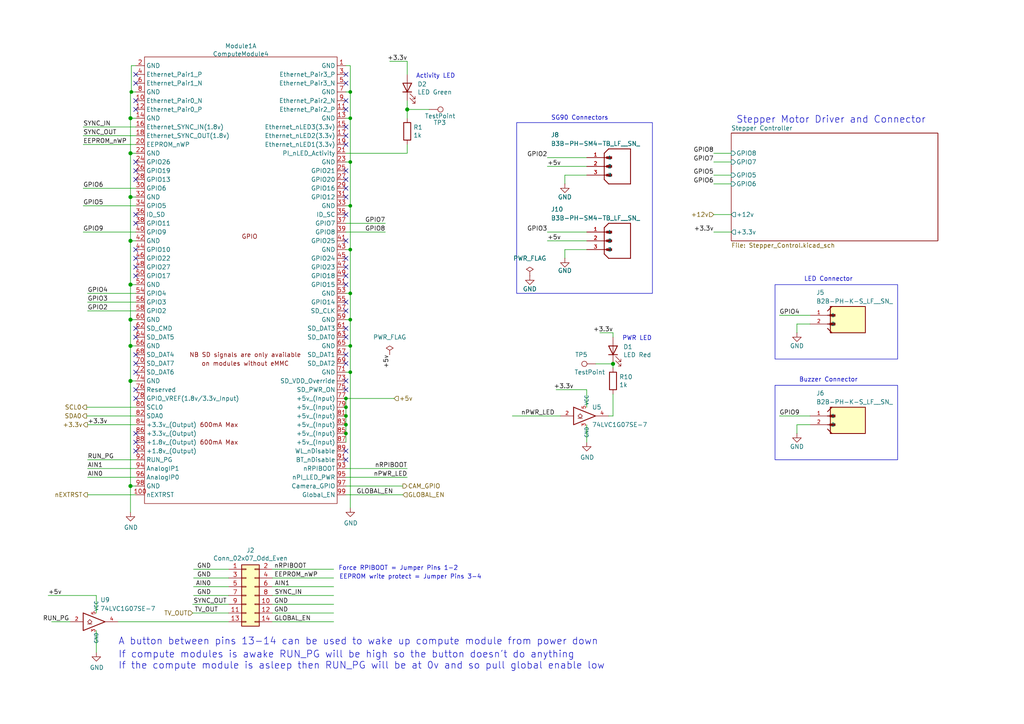
<source format=kicad_sch>
(kicad_sch (version 20250114) (generator "eeschema") (generator_version "9.0")
  (paper "A4")
  (title_block (title "Compute Module 4 - IO Connections") (rev "1") (company "Team Fire 180DA/DW"))
  (lib_symbols
    (symbol "B2B-PH-K-S_LF__SN_:B2B-PH-K-S_LF__SN_" (pin_names (offset 1.016))
      (property "Reference" "J" (at -5.58 5.08 0))
      (property "Value" "B2B-PH-K-S_LF__SN_" (at -5.08 -5.08 0))
      (symbol "B2B-PH-K-S_LF__SN__0_0"
        (polyline (pts (xy -5.08 3.81) (xy -3.81 5.08)) (stroke (width 0.254)))
        (polyline (pts (xy -5.08 2.54) (xy -3.175 2.54)) (stroke (width 0.254)))
        (polyline (pts (xy -5.08 0) (xy -3.175 0)) (stroke (width 0.254)))
        (polyline (pts (xy -5.08 -1.27) (xy -3.81 -2.54)) (stroke (width 0.254)))
        (rectangle (start -4.445 2.2225) (end -2.8575 2.8575) (stroke (width 0.1)) (fill (type outline)))
        (rectangle (start -4.445 -0.3175) (end -2.8575 0.3175) (stroke (width 0.1)) (fill (type outline)))
        (rectangle (start -4.2863 -2.54) (end 5.8738 5.08) (stroke (width 0.254)) (fill (type background)))
        (pin passive line (at -10.16 2.54 0) (length 5.08) (name "1") (number "1"))
        (pin passive line (at -10.16 0 0) (length 5.08) (name "2") (number "2"))
      )
    )
    (symbol "B3B-PH-SM4-TB_LF__SN_:B3B-PH-SM4-TB_LF__SN_" (pin_names (offset 1.016))
      (property "Reference" "J" (at 0 6.35 0))
      (property "Value" "B3B-PH-SM4-TB_LF__SN_" (at 0 -7.62 0))
      (symbol "B3B-PH-SM4-TB_LF__SN__0_0"
        (polyline (pts (xy 0 3.81) (xy 0 -3.81)) (stroke (width 0.254)))
        (polyline (pts (xy 0 3.81) (xy 1.27 5.08)) (stroke (width 0.254)))
        (polyline (pts (xy 0 2.54) (xy 1.905 2.54)) (stroke (width 0.254)))
        (polyline (pts (xy 0 0) (xy 1.905 0)) (stroke (width 0.254)))
        (polyline (pts (xy 0 -2.54) (xy 1.905 -2.54)) (stroke (width 0.254)))
        (polyline (pts (xy 0 -3.81) (xy 1.27 -5.08)) (stroke (width 0.254)))
        (rectangle (start 0.635 2.2225) (end 2.2225 2.8575) (stroke (width 0.1)) (fill (type outline)))
        (rectangle (start 0.635 -0.3175) (end 2.2225 0.3175) (stroke (width 0.1)) (fill (type outline)))
        (rectangle (start 0.635 -2.8575) (end 2.2225 -2.2225) (stroke (width 0.1)) (fill (type outline)))
        (polyline (pts (xy 1.27 -5.08) (xy 7.62 -5.08)) (stroke (width 0.254)))
        (polyline (pts (xy 7.62 5.08) (xy 1.27 5.08)) (stroke (width 0.254)))
        (polyline (pts (xy 7.62 -5.08) (xy 7.62 5.08)) (stroke (width 0.254)))
        (pin passive line (at -5.08 2.54 0) (length 5.08) (name "1") (number "1"))
        (pin passive line (at -5.08 0 0) (length 5.08) (name "2") (number "2"))
        (pin passive line (at -5.08 -2.54 0) (length 5.08) (name "3") (number "3"))
      )
    )
    (symbol "CM4IO:74LVC1G07_copy"
      (property "Reference" "U" (at -2.54 3.81 0))
      (property "Value" "74LVC1G07_copy" (at 0 -3.81 0))
      (symbol "74LVC1G07_copy_0_1"
        (polyline (pts (xy -3.81 2.54) (xy -3.81 -2.54) (xy 2.54 0) (xy -3.81 2.54)) (stroke (width 0.254)))
        (polyline (pts (xy -2.54 -0.635) (xy -1.27 -0.635)))
        (polyline (pts (xy -1.905 0.635) (xy -2.54 0) (xy -1.905 -0.635) (xy -1.27 0) (xy -1.905 0.635)))
      )
      (symbol "74LVC1G07_copy_1_1"
        (pin input line (at -7.62 0 0) (length 3.81) (name "~") (number "2"))
        (pin power_in line (at 0 2.54 90) (length 0) (name "VCC") (number "5"))
        (pin power_in line (at 0 -2.54 270) (length 0) (name "GND") (number "3"))
        (pin open_collector line (at 6.35 0 180) (length 3.81) (name "~") (number "4"))
      )
    )
    (symbol "CM4IO:ComputeModule4-CM4"
      (property "Reference" "Module" (at 113.03 -68.58 0))
      (property "Value" "ComputeModule4-CM4" (at 140.97 2.54 0))
      (property "Field4" "Hirose" (at 0 0 0))
      (property "Field5" "2x DF40C-100DS-0.4V" (at 0 -2.54 0))
      (symbol "ComputeModule4-CM4_1_0"
        (text "GPIO" (at 0 6.35 0) (effects (font (size 1.27 1.27))))
      )
      (symbol "ComputeModule4-CM4_1_1"
        (rectangle (start -30.48 -71.12) (end 25.4 58.42))
        (text "600mA Max" (at -8.89 -48.26 0) (effects (font (size 1.27 1.27))))
        (text "600mA Max" (at -8.89 -53.34 0) (effects (font (size 1.27 1.27))))
        (text "NB SD signals are only available" (at -1.27 -27.94 0) (effects (font (size 1.27 1.27))))
        (text "on modules without eMMC" (at -1.27 -30.48 0) (effects (font (size 1.27 1.27))))
        (pin power_in line (at -33.02 55.88 0) (length 2.54) (name "GND") (number "2"))
        (pin passive line (at -33.02 53.34 0) (length 2.54) (name "Ethernet_Pair1_P") (number "4"))
        (pin passive line (at -33.02 50.8 0) (length 2.54) (name "Ethernet_Pair1_N") (number "6"))
        (pin power_in line (at -33.02 48.26 0) (length 2.54) (name "GND") (number "8"))
        (pin passive line (at -33.02 45.72 0) (length 2.54) (name "Ethernet_Pair0_N") (number "10"))
        (pin passive line (at -33.02 43.18 0) (length 2.54) (name "Ethernet_Pair0_P") (number "12"))
        (pin power_in line (at -33.02 40.64 0) (length 2.54) (name "GND") (number "14"))
        (pin input line (at -33.02 38.1 0) (length 2.54) (name "Ethernet_SYNC_IN(1.8v)") (number "16"))
        (pin input line (at -33.02 35.56 0) (length 2.54) (name "Ethernet_SYNC_OUT(1.8v)") (number "18"))
        (pin passive line (at -33.02 33.02 0) (length 2.54) (name "EEPROM_nWP") (number "20"))
        (pin power_in line (at -33.02 30.48 0) (length 2.54) (name "GND") (number "22"))
        (pin passive line (at -33.02 27.94 0) (length 2.54) (name "GPIO26") (number "24"))
        (pin passive line (at -33.02 25.4 0) (length 2.54) (name "GPIO19") (number "26"))
        (pin passive line (at -33.02 22.86 0) (length 2.54) (name "GPIO13") (number "28"))
        (pin passive line (at -33.02 20.32 0) (length 2.54) (name "GPIO6") (number "30"))
        (pin power_in line (at -33.02 17.78 0) (length 2.54) (name "GND") (number "32"))
        (pin passive line (at -33.02 15.24 0) (length 2.54) (name "GPIO5") (number "34"))
        (pin passive line (at -33.02 12.7 0) (length 2.54) (name "ID_SD") (number "36"))
        (pin passive line (at -33.02 10.16 0) (length 2.54) (name "GPIO11") (number "38"))
        (pin passive line (at -33.02 7.62 0) (length 2.54) (name "GPIO9") (number "40"))
        (pin power_in line (at -33.02 5.08 0) (length 2.54) (name "GND") (number "42"))
        (pin passive line (at -33.02 2.54 0) (length 2.54) (name "GPIO10") (number "44"))
        (pin passive line (at -33.02 0 0) (length 2.54) (name "GPIO22") (number "46"))
        (pin passive line (at -33.02 -2.54 0) (length 2.54) (name "GPIO27") (number "48"))
        (pin passive line (at -33.02 -5.08 0) (length 2.54) (name "GPIO17") (number "50"))
        (pin power_in line (at -33.02 -7.62 0) (length 2.54) (name "GND") (number "52"))
        (pin passive line (at -33.02 -10.16 0) (length 2.54) (name "GPIO4") (number "54"))
        (pin passive line (at -33.02 -12.7 0) (length 2.54) (name "GPIO3") (number "56"))
        (pin passive line (at -33.02 -15.24 0) (length 2.54) (name "GPIO2") (number "58"))
        (pin power_in line (at -33.02 -17.78 0) (length 2.54) (name "GND") (number "60"))
        (pin passive line (at -33.02 -20.32 0) (length 2.54) (name "SD_CMD") (number "62"))
        (pin passive line (at -33.02 -22.86 0) (length 2.54) (name "SD_DAT5") (number "64"))
        (pin power_in line (at -33.02 -25.4 0) (length 2.54) (name "GND") (number "66"))
        (pin passive line (at -33.02 -27.94 0) (length 2.54) (name "SD_DAT4") (number "68"))
        (pin passive line (at -33.02 -30.48 0) (length 2.54) (name "SD_DAT7") (number "70"))
        (pin passive line (at -33.02 -33.02 0) (length 2.54) (name "SD_DAT6") (number "72"))
        (pin power_in line (at -33.02 -35.56 0) (length 2.54) (name "GND") (number "74"))
        (pin passive line (at -33.02 -38.1 0) (length 2.54) (name "Reserved") (number "76"))
        (pin power_in line (at -33.02 -40.64 0) (length 2.54) (name "GPIO_VREF(1.8v/3.3v_Input)") (number "78"))
        (pin passive line (at -33.02 -43.18 0) (length 2.54) (name "SCL0") (number "80"))
        (pin passive line (at -33.02 -45.72 0) (length 2.54) (name "SDA0") (number "82"))
        (pin power_out line (at -33.02 -48.26 0) (length 2.54) (name "+3.3v_(Output)") (number "84"))
        (pin power_out line (at -33.02 -50.8 0) (length 2.54) (name "+3.3v_(Output)") (number "86"))
        (pin power_out line (at -33.02 -53.34 0) (length 2.54) (name "+1.8v_(Output)") (number "88"))
        (pin power_out line (at -33.02 -55.88 0) (length 2.54) (name "+1.8v_(Output)") (number "90"))
        (pin passive line (at -33.02 -58.42 0) (length 2.54) (name "RUN_PG") (number "92"))
        (pin passive line (at -33.02 -60.96 0) (length 2.54) (name "AnalogIP1") (number "94"))
        (pin passive line (at -33.02 -63.5 0) (length 2.54) (name "AnalogIP0") (number "96"))
        (pin power_in line (at -33.02 -66.04 0) (length 2.54) (name "GND") (number "98"))
        (pin output line (at -33.02 -68.58 0) (length 2.54) (name "nEXTRST") (number "100"))
        (pin power_in line (at 27.94 55.88 180) (length 2.54) (name "GND") (number "1"))
        (pin passive line (at 27.94 53.34 180) (length 2.54) (name "Ethernet_Pair3_P") (number "3"))
        (pin passive line (at 27.94 50.8 180) (length 2.54) (name "Ethernet_Pair3_N") (number "5"))
        (pin power_in line (at 27.94 48.26 180) (length 2.54) (name "GND") (number "7"))
        (pin passive line (at 27.94 45.72 180) (length 2.54) (name "Ethernet_Pair2_N") (number "9"))
        (pin passive line (at 27.94 43.18 180) (length 2.54) (name "Ethernet_Pair2_P") (number "11"))
        (pin power_in line (at 27.94 40.64 180) (length 2.54) (name "GND") (number "13"))
        (pin output line (at 27.94 38.1 180) (length 2.54) (name "Ethernet_nLED3(3.3v)") (number "15"))
        (pin output line (at 27.94 35.56 180) (length 2.54) (name "Ethernet_nLED2(3.3v)") (number "17"))
        (pin output line (at 27.94 33.02 180) (length 2.54) (name "Ethernet_nLED1(3.3v)") (number "19"))
        (pin open_collector line (at 27.94 30.48 180) (length 2.54) (name "PI_nLED_Activity") (number "21"))
        (pin power_in line (at 27.94 27.94 180) (length 2.54) (name "GND") (number "23"))
        (pin passive line (at 27.94 25.4 180) (length 2.54) (name "GPIO21") (number "25"))
        (pin passive line (at 27.94 22.86 180) (length 2.54) (name "GPIO20") (number "27"))
        (pin passive line (at 27.94 20.32 180) (length 2.54) (name "GPIO16") (number "29"))
        (pin passive line (at 27.94 17.78 180) (length 2.54) (name "GPIO12") (number "31"))
        (pin power_in line (at 27.94 15.24 180) (length 2.54) (name "GND") (number "33"))
        (pin passive line (at 27.94 12.7 180) (length 2.54) (name "ID_SC") (number "35"))
        (pin passive line (at 27.94 10.16 180) (length 2.54) (name "GPIO7") (number "37"))
        (pin passive line (at 27.94 7.62 180) (length 2.54) (name "GPIO8") (number "39"))
        (pin passive line (at 27.94 5.08 180) (length 2.54) (name "GPIO25") (number "41"))
        (pin power_in line (at 27.94 2.54 180) (length 2.54) (name "GND") (number "43"))
        (pin passive line (at 27.94 0 180) (length 2.54) (name "GPIO24") (number "45"))
        (pin passive line (at 27.94 -2.54 180) (length 2.54) (name "GPIO23") (number "47"))
        (pin passive line (at 27.94 -5.08 180) (length 2.54) (name "GPIO18") (number "49"))
        (pin passive line (at 27.94 -7.62 180) (length 2.54) (name "GPIO15") (number "51"))
        (pin power_in line (at 27.94 -10.16 180) (length 2.54) (name "GND") (number "53"))
        (pin passive line (at 27.94 -12.7 180) (length 2.54) (name "GPIO14") (number "55"))
        (pin passive line (at 27.94 -15.24 180) (length 2.54) (name "SD_CLK") (number "57"))
        (pin power_in line (at 27.94 -17.78 180) (length 2.54) (name "GND") (number "59"))
        (pin passive line (at 27.94 -20.32 180) (length 2.54) (name "SD_DAT3") (number "61"))
        (pin passive line (at 27.94 -22.86 180) (length 2.54) (name "SD_DAT0") (number "63"))
        (pin power_in line (at 27.94 -25.4 180) (length 2.54) (name "GND") (number "65"))
        (pin passive line (at 27.94 -27.94 180) (length 2.54) (name "SD_DAT1") (number "67"))
        (pin passive line (at 27.94 -30.48 180) (length 2.54) (name "SD_DAT2") (number "69"))
        (pin power_in line (at 27.94 -33.02 180) (length 2.54) (name "GND") (number "71"))
        (pin input line (at 27.94 -35.56 180) (length 2.54) (name "SD_VDD_Override") (number "73"))
        (pin output line (at 27.94 -38.1 180) (length 2.54) (name "SD_PWR_ON") (number "75"))
        (pin power_in line (at 27.94 -40.64 180) (length 2.54) (name "+5v_(Input)") (number "77"))
        (pin power_in line (at 27.94 -43.18 180) (length 2.54) (name "+5v_(Input)") (number "79"))
        (pin power_in line (at 27.94 -45.72 180) (length 2.54) (name "+5v_(Input)") (number "81"))
        (pin power_in line (at 27.94 -48.26 180) (length 2.54) (name "+5v_(Input)") (number "83"))
        (pin power_in line (at 27.94 -50.8 180) (length 2.54) (name "+5v_(Input)") (number "85"))
        (pin power_in line (at 27.94 -53.34 180) (length 2.54) (name "+5v_(Input)") (number "87"))
        (pin input line (at 27.94 -55.88 180) (length 2.54) (name "WL_nDisable") (number "89"))
        (pin input line (at 27.94 -58.42 180) (length 2.54) (name "BT_nDisable") (number "91"))
        (pin input line (at 27.94 -60.96 180) (length 2.54) (name "nRPIBOOT") (number "93"))
        (pin output line (at 27.94 -63.5 180) (length 2.54) (name "nPI_LED_PWR") (number "95"))
        (pin passive line (at 27.94 -66.04 180) (length 2.54) (name "Camera_GPIO") (number "97"))
        (pin input line (at 27.94 -68.58 180) (length 2.54) (name "Global_EN") (number "99"))
      )
      (symbol "ComputeModule4-CM4_2_1"
        (rectangle (start 114.3 -66.04) (end 165.1 63.5))
        (text "High Speed Serial" (at 140.97 0 0) (effects (font (size 1.27 1.27))))
        (pin input line (at 109.22 60.96 0) (length 5.08) (name "PCIe_CLK_nREQ") (number "102"))
        (pin passive line (at 109.22 58.42 0) (length 5.08) (name "Reserved") (number "104"))
        (pin passive line (at 109.22 55.88 0) (length 5.08) (name "Reserved") (number "106"))
        (pin power_in line (at 109.22 53.34 0) (length 5.08) (name "GND") (number "108"))
        (pin output line (at 109.22 50.8 0) (length 5.08) (name "PCIe_CLK_P") (number "110"))
        (pin output line (at 109.22 48.26 0) (length 5.08) (name "PCIe_CLK_N") (number "112"))
        (pin power_in line (at 109.22 45.72 0) (length 5.08) (name "GND") (number "114"))
        (pin input line (at 109.22 43.18 0) (length 5.08) (name "PCIe_RX_P") (number "116"))
        (pin input line (at 109.22 40.64 0) (length 5.08) (name "PCIe_RX_N") (number "118"))
        (pin power_in line (at 109.22 38.1 0) (length 5.08) (name "GND") (number "120"))
        (pin output line (at 109.22 35.56 0) (length 5.08) (name "PCIe_TX_P") (number "122"))
        (pin output line (at 109.22 33.02 0) (length 5.08) (name "PCIe_TX_N") (number "124"))
        (pin power_in line (at 109.22 30.48 0) (length 5.08) (name "GND") (number "126"))
        (pin input line (at 109.22 27.94 0) (length 5.08) (name "CAM0_D0_N") (number "128"))
        (pin input line (at 109.22 25.4 0) (length 5.08) (name "CAM0_D0_P") (number "130"))
        (pin power_in line (at 109.22 22.86 0) (length 5.08) (name "GND") (number "132"))
        (pin input line (at 109.22 20.32 0) (length 5.08) (name "CAM0_D1_N") (number "134"))
        (pin input line (at 109.22 17.78 0) (length 5.08) (name "CAM0_D1_P") (number "136"))
        (pin power_in line (at 109.22 15.24 0) (length 5.08) (name "GND") (number "138"))
        (pin input line (at 109.22 12.7 0) (length 5.08) (name "CAM0_C_N") (number "140"))
        (pin input line (at 109.22 10.16 0) (length 5.08) (name "CAM0_C_P") (number "142"))
        (pin power_in line (at 109.22 7.62 0) (length 5.08) (name "GND") (number "144"))
        (pin output line (at 109.22 5.08 0) (length 5.08) (name "HDMI1_TX2_P") (number "146"))
        (pin output line (at 109.22 2.54 0) (length 5.08) (name "HDMI1_TX2_N") (number "148"))
        (pin power_in line (at 109.22 0 0) (length 5.08) (name "GND") (number "150"))
        (pin output line (at 109.22 -2.54 0) (length 5.08) (name "HDMI1_TX1_P") (number "152"))
        (pin output line (at 109.22 -5.08 0) (length 5.08) (name "HDMI1_TX1_N") (number "154"))
        (pin power_in line (at 109.22 -7.62 0) (length 5.08) (name "GND") (number "156"))
        (pin output line (at 109.22 -10.16 0) (length 5.08) (name "HDMI1_TX0_P") (number "158"))
        (pin output line (at 109.22 -12.7 0) (length 5.08) (name "HDMI1_TX0_N") (number "160"))
        (pin power_in line (at 109.22 -15.24 0) (length 5.08) (name "GND") (number "162"))
        (pin output line (at 109.22 -17.78 0) (length 5.08) (name "HDMI1_CLK_P") (number "164"))
        (pin output line (at 109.22 -20.32 0) (length 5.08) (name "HDMI1_CLK_N") (number "166"))
        (pin power_in line (at 109.22 -22.86 0) (length 5.08) (name "GND") (number "168"))
        (pin output line (at 109.22 -25.4 0) (length 5.08) (name "HDMI0_TX2_P") (number "170"))
        (pin output line (at 109.22 -27.94 0) (length 5.08) (name "HDMI0_TX2_N") (number "172"))
        (pin power_in line (at 109.22 -30.48 0) (length 5.08) (name "GND") (number "174"))
        (pin output line (at 109.22 -33.02 0) (length 5.08) (name "HDMI0_TX1_P") (number "176"))
        (pin output line (at 109.22 -35.56 0) (length 5.08) (name "HDMI0_TX1_N") (number "178"))
        (pin power_in line (at 109.22 -38.1 0) (length 5.08) (name "GND") (number "180"))
        (pin output line (at 109.22 -40.64 0) (length 5.08) (name "HDMI0_TX0_P") (number "182"))
        (pin output line (at 109.22 -43.18 0) (length 5.08) (name "HDMI0_TX0_N") (number "184"))
        (pin power_in line (at 109.22 -45.72 0) (length 5.08) (name "GND") (number "186"))
        (pin output line (at 109.22 -48.26 0) (length 5.08) (name "HDMI0_CLK_P") (number "188"))
        (pin output line (at 109.22 -50.8 0) (length 5.08) (name "HDMI0_CLK_N") (number "190"))
        (pin power_in line (at 109.22 -53.34 0) (length 5.08) (name "GND") (number "192"))
        (pin output line (at 109.22 -55.88 0) (length 5.08) (name "DSI1_D3_N") (number "194"))
        (pin output line (at 109.22 -58.42 0) (length 5.08) (name "DSI1_D3_P") (number "196"))
        (pin power_in line (at 109.22 -60.96 0) (length 5.08) (name "GND") (number "198"))
        (pin open_collector line (at 109.22 -63.5 0) (length 5.08) (name "HDMI0_SCL") (number "200"))
        (pin input line (at 170.18 60.96 180) (length 5.08) (name "USB_OTG_ID") (number "101"))
        (pin passive line (at 170.18 58.42 180) (length 5.08) (name "USB2_N") (number "103"))
        (pin passive line (at 170.18 55.88 180) (length 5.08) (name "USB2_P") (number "105"))
        (pin power_in line (at 170.18 53.34 180) (length 5.08) (name "GND") (number "107"))
        (pin bidirectional line (at 170.18 50.8 180) (length 5.08) (name "PCIe_nRST") (number "109"))
        (pin passive line (at 170.18 48.26 180) (length 5.08) (name "VDAC_COMP") (number "111"))
        (pin power_in line (at 170.18 45.72 180) (length 5.08) (name "GND") (number "113"))
        (pin input line (at 170.18 43.18 180) (length 5.08) (name "CAM1_D0_N") (number "115"))
        (pin input line (at 170.18 40.64 180) (length 5.08) (name "CAM1_D0_P") (number "117"))
        (pin power_in line (at 170.18 38.1 180) (length 5.08) (name "GND") (number "119"))
        (pin input line (at 170.18 35.56 180) (length 5.08) (name "CAM1_D1_N") (number "121"))
        (pin input line (at 170.18 33.02 180) (length 5.08) (name "CAM1_D1_P") (number "123"))
        (pin power_in line (at 170.18 30.48 180) (length 5.08) (name "GND") (number "125"))
        (pin input line (at 170.18 27.94 180) (length 5.08) (name "CAM1_C_N") (number "127"))
        (pin input line (at 170.18 25.4 180) (length 5.08) (name "CAM1_C_P") (number "129"))
        (pin power_in line (at 170.18 22.86 180) (length 5.08) (name "GND") (number "131"))
        (pin input line (at 170.18 20.32 180) (length 5.08) (name "CAM1_D2_N") (number "133"))
        (pin input line (at 170.18 17.78 180) (length 5.08) (name "CAM1_D2_P") (number "135"))
        (pin power_in line (at 170.18 15.24 180) (length 5.08) (name "GND") (number "137"))
        (pin input line (at 170.18 12.7 180) (length 5.08) (name "CAM1_D3_N") (number "139"))
        (pin input line (at 170.18 10.16 180) (length 5.08) (name "CAM1_D3_P") (number "141"))
        (pin input line (at 170.18 7.62 180) (length 5.08) (name "HDMI1_HOTPLUG") (number "143"))
        (pin bidirectional line (at 170.18 5.08 180) (length 5.08) (name "HDMI1_SDA") (number "145"))
        (pin open_collector line (at 170.18 2.54 180) (length 5.08) (name "HDMI1_SCL") (number "147"))
        (pin open_collector line (at 170.18 0 180) (length 5.08) (name "HDMI1_CEC") (number "149"))
        (pin open_collector line (at 170.18 -2.54 180) (length 5.08) (name "HDMI0_CEC") (number "151"))
        (pin input line (at 170.18 -5.08 180) (length 5.08) (name "HDMI0_HOTPLUG") (number "153"))
        (pin power_in line (at 170.18 -7.62 180) (length 5.08) (name "GND") (number "155"))
        (pin output line (at 170.18 -10.16 180) (length 5.08) (name "DSI0_D0_N") (number "157"))
        (pin output line (at 170.18 -12.7 180) (length 5.08) (name "DSI0_D0_P") (number "159"))
        (pin power_in line (at 170.18 -15.24 180) (length 5.08) (name "GND") (number "161"))
        (pin output line (at 170.18 -17.78 180) (length 5.08) (name "DSI0_D1_N") (number "163"))
        (pin output line (at 170.18 -20.32 180) (length 5.08) (name "DSI0_D1_P") (number "165"))
        (pin power_in line (at 170.18 -22.86 180) (length 5.08) (name "GND") (number "167"))
        (pin output line (at 170.18 -25.4 180) (length 5.08) (name "DSI0_C_N") (number "169"))
        (pin output line (at 170.18 -27.94 180) (length 5.08) (name "DSI0_C_P") (number "171"))
        (pin power_in line (at 170.18 -30.48 180) (length 5.08) (name "GND") (number "173"))
        (pin output line (at 170.18 -33.02 180) (length 5.08) (name "DSI1_D0_N") (number "175"))
        (pin output line (at 170.18 -35.56 180) (length 5.08) (name "DSI1_D0_P") (number "177"))
        (pin power_in line (at 170.18 -38.1 180) (length 5.08) (name "GND") (number "179"))
        (pin output line (at 170.18 -40.64 180) (length 5.08) (name "DSI1_D1_N") (number "181"))
        (pin output line (at 170.18 -43.18 180) (length 5.08) (name "DSI1_D1_P") (number "183"))
        (pin power_in line (at 170.18 -45.72 180) (length 5.08) (name "GND") (number "185"))
        (pin output line (at 170.18 -48.26 180) (length 5.08) (name "DSI1_C_N") (number "187"))
        (pin output line (at 170.18 -50.8 180) (length 5.08) (name "DSI1_C_P") (number "189"))
        (pin power_in line (at 170.18 -53.34 180) (length 5.08) (name "GND") (number "191"))
        (pin output line (at 170.18 -55.88 180) (length 5.08) (name "DSI1_D2_N") (number "193"))
        (pin output line (at 170.18 -58.42 180) (length 5.08) (name "DSI1_D2_P") (number "195"))
        (pin power_in line (at 170.18 -60.96 180) (length 5.08) (name "GND") (number "197"))
        (pin bidirectional line (at 170.18 -63.5 180) (length 5.08) (name "HDMI0_SDA") (number "199"))
      )
    )
    (symbol "Connector:TestPoint" (pin_numbers (hide yes)) (pin_names (offset 0.762) (hide yes))
      (property "Reference" "TP" (at 0 6.858 0))
      (property "Value" "TestPoint" (at 0 5.08 0))
      (symbol "TestPoint_0_1"
        (circle (center 0 3.302) (radius 0.762))
      )
      (symbol "TestPoint_1_1"
        (pin passive line (at 0 0 90) (length 2.54) (name "1") (number "1"))
      )
    )
    (symbol "Connector_Generic:Conn_02x07_Odd_Even" (pin_names (hide yes))
      (property "Reference" "J" (at 1.27 10.16 0))
      (property "Value" "Conn_02x07_Odd_Even" (at 1.27 -10.16 0))
      (symbol "Conn_02x07_Odd_Even_1_1"
        (rectangle (start -1.27 8.89) (end 3.81 -8.89) (stroke (width 0.254)) (fill (type background)))
        (rectangle (start -1.27 7.747) (end 0 7.493))
        (rectangle (start -1.27 5.207) (end 0 4.953))
        (rectangle (start -1.27 2.667) (end 0 2.413))
        (rectangle (start -1.27 0.127) (end 0 -0.127))
        (rectangle (start -1.27 -2.413) (end 0 -2.667))
        (rectangle (start -1.27 -4.953) (end 0 -5.207))
        (rectangle (start -1.27 -7.493) (end 0 -7.747))
        (rectangle (start 3.81 7.747) (end 2.54 7.493))
        (rectangle (start 3.81 5.207) (end 2.54 4.953))
        (rectangle (start 3.81 2.667) (end 2.54 2.413))
        (rectangle (start 3.81 0.127) (end 2.54 -0.127))
        (rectangle (start 3.81 -2.413) (end 2.54 -2.667))
        (rectangle (start 3.81 -4.953) (end 2.54 -5.207))
        (rectangle (start 3.81 -7.493) (end 2.54 -7.747))
        (pin passive line (at -5.08 7.62 0) (length 3.81) (name "Pin_1") (number "1"))
        (pin passive line (at -5.08 5.08 0) (length 3.81) (name "Pin_3") (number "3"))
        (pin passive line (at -5.08 2.54 0) (length 3.81) (name "Pin_5") (number "5"))
        (pin passive line (at -5.08 0 0) (length 3.81) (name "Pin_7") (number "7"))
        (pin passive line (at -5.08 -2.54 0) (length 3.81) (name "Pin_9") (number "9"))
        (pin passive line (at -5.08 -5.08 0) (length 3.81) (name "Pin_11") (number "11"))
        (pin passive line (at -5.08 -7.62 0) (length 3.81) (name "Pin_13") (number "13"))
        (pin passive line (at 7.62 7.62 180) (length 3.81) (name "Pin_2") (number "2"))
        (pin passive line (at 7.62 5.08 180) (length 3.81) (name "Pin_4") (number "4"))
        (pin passive line (at 7.62 2.54 180) (length 3.81) (name "Pin_6") (number "6"))
        (pin passive line (at 7.62 0 180) (length 3.81) (name "Pin_8") (number "8"))
        (pin passive line (at 7.62 -2.54 180) (length 3.81) (name "Pin_10") (number "10"))
        (pin passive line (at 7.62 -5.08 180) (length 3.81) (name "Pin_12") (number "12"))
        (pin passive line (at 7.62 -7.62 180) (length 3.81) (name "Pin_14") (number "14"))
      )
    )
    (symbol "Device:LED" (pin_numbers (hide yes)) (pin_names (hide yes))
      (property "Reference" "D" (at 0 2.54 0))
      (property "Value" "LED" (at 0 -2.54 0))
      (symbol "LED_0_1"
        (polyline (pts (xy -3.048 -0.762) (xy -4.572 -2.286) (xy -3.81 -2.286) (xy -4.572 -2.286) (xy -4.572 -1.524)))
        (polyline (pts (xy -1.778 -0.762) (xy -3.302 -2.286) (xy -2.54 -2.286) (xy -3.302 -2.286) (xy -3.302 -1.524)))
        (polyline (pts (xy -1.27 0) (xy 1.27 0)))
        (polyline (pts (xy -1.27 -1.27) (xy -1.27 1.27)) (stroke (width 0.254)))
        (polyline (pts (xy 1.27 -1.27) (xy 1.27 1.27) (xy -1.27 0) (xy 1.27 -1.27)) (stroke (width 0.254)))
      )
      (symbol "LED_1_1"
        (pin passive line (at -3.81 0 0) (length 2.54) (name "K") (number "1"))
        (pin passive line (at 3.81 0 180) (length 2.54) (name "A") (number "2"))
      )
    )
    (symbol "Device:R" (pin_numbers (hide yes)) (pin_names (offset 0))
      (property "Reference" "R" (at 2.032 0 90))
      (property "Value" "R" (at 0 0 90))
      (symbol "R_0_1"
        (rectangle (start -1.016 -2.54) (end 1.016 2.54) (stroke (width 0.254)))
      )
      (symbol "R_1_1"
        (pin passive line (at 0 3.81 270) (length 1.27) (name "~") (number "1"))
        (pin passive line (at 0 -3.81 90) (length 1.27) (name "~") (number "2"))
      )
    )
    (symbol "GND_1" (power) (pin_numbers (hide yes)) (pin_names (offset 0) (hide yes))
      (property "Value" "GND" (at 0 -3.81 0))
      (symbol "GND_1_0_1"
        (polyline (pts (xy 0 0) (xy 0 -1.27) (xy 1.27 -1.27) (xy 0 -2.54) (xy -1.27 -1.27) (xy 0 -1.27)))
      )
      (symbol "GND_1_1_1"
        (pin power_in line (at 0 0 270) (length 0) (name "~") (number "1"))
      )
    )
    (symbol "power:GND" (power) (pin_names (offset 0))
      (property "Value" "GND" (at 0 -3.81 0))
      (symbol "GND_0_1"
        (polyline (pts (xy 0 0) (xy 0 -1.27) (xy 1.27 -1.27) (xy 0 -2.54) (xy -1.27 -1.27) (xy 0 -1.27)))
      )
      (symbol "GND_1_1"
        (pin power_in line (at 0 0 270) (length 0) (hide yes) (name "GND") (number "1"))
      )
    )
    (symbol "power:PWR_FLAG" (power) (pin_numbers (hide yes)) (pin_names (offset 0) (hide yes))
      (property "Value" "PWR_FLAG" (at 0 3.81 0))
      (symbol "PWR_FLAG_0_0"
        (pin power_out line (at 0 0 90) (length 0) (name "~") (number "1"))
      )
      (symbol "PWR_FLAG_0_1"
        (polyline (pts (xy 0 0) (xy 0 1.27) (xy -1.016 1.905) (xy 0 2.54) (xy 1.016 1.905) (xy 0 1.27)))
      )
    )
  )
  (rectangle (start 149.86 35.56) (end 189.23 85.09))
  (rectangle (start 224.79 111.76) (end 260.35 133.35))
  (rectangle (start 224.79 82.55) (end 260.35 104.14))
  (text "PWR LED" (at 180.467 98.933 0) (effects (font (size 1.27 1.27)) (justify left bottom)))
  (text "Activity LED" (at 120.65 22.86 0) (effects (font (size 1.27 1.27)) (justify left bottom)))
  (text "EEPROM write protect = Jumper Pins 3-4\n\n" (at 139.7 170.18 0) (effects (font (size 1.27 1.27)) (justify right bottom)))
  (text "LED Connector" (at 240.284 81.026 0) (effects (font (size 1.27 1.27))))
  (text "A button between pins 13-14 can be used to wake up compute module from power down\n\n" (at 34.29 190.5 0) (effects (font (size 2.007 2.007)) (justify left bottom)))
  (text "If compute modules is awake RUN_PG will be high so the button doesn't do anything\nIf the compute module is asleep then RUN_PG will be at 0v and so pull global enable low" (at 34.29 194.31 0) (effects (font (size 2.007 2.007)) (justify left bottom)))
  (text "Stepper Motor Driver and Connector" (at 241.046 34.798 0) (effects (font (size 2 2))))
  (text "Force RPIBOOT = Jumper Pins 1-2 \n" (at 133.858 165.608 0) (effects (font (size 1.27 1.27)) (justify right bottom)))
  (text "Buzzer Connector" (at 240.284 110.236 0) (effects (font (size 1.27 1.27))))
  (text "SG90 Connectors" (at 168.148 34.29 0) (effects (font (size 1.27 1.27))))
  (junction (at 37.846 92.71) (diameter 1.016))
  (junction (at 100.33 115.57))
  (junction (at 101.6 59.69))
  (junction (at 100.33 125.73))
  (junction (at 101.6 107.95))
  (junction (at 100.33 118.11))
  (junction (at 101.6 46.99))
  (junction (at 37.846 69.85) (diameter 1.016))
  (junction (at 101.6 100.33))
  (junction (at 101.6 72.39))
  (junction (at 100.33 120.65))
  (junction (at 37.846 100.33) (diameter 1.016))
  (junction (at 37.846 44.45) (diameter 1.016))
  (junction (at 101.6 26.67))
  (junction (at 101.6 92.71))
  (junction (at 118.11 31.75) (diameter 1.016))
  (junction (at 38.1 26.67))
  (junction (at 177.8 105.537) (diameter 1.016))
  (junction (at 37.846 82.55) (diameter 1.016))
  (junction (at 101.6 85.09))
  (junction (at 100.33 123.19))
  (junction (at 37.846 110.49) (diameter 1.016))
  (junction (at 37.846 34.29) (diameter 1.016))
  (junction (at 101.6 34.29))
  (junction (at 37.846 57.15) (diameter 1.016))
  (junction (at 37.846 140.97) (diameter 1.016))
  (no_connect (at 39.37 95.25))
  (no_connect (at 100.33 133.35))
  (no_connect (at 100.33 110.49))
  (no_connect (at 100.33 41.91))
  (no_connect (at 100.33 57.15))
  (no_connect (at 39.37 130.81))
  (no_connect (at 39.37 24.13))
  (no_connect (at 100.33 105.41))
  (no_connect (at 100.33 49.53))
  (no_connect (at 39.37 64.77))
  (no_connect (at 39.37 97.79))
  (no_connect (at 100.33 69.85))
  (no_connect (at 39.37 29.21))
  (no_connect (at 100.33 95.25))
  (no_connect (at 100.33 130.81))
  (no_connect (at 39.37 113.03))
  (no_connect (at 100.33 29.21))
  (no_connect (at 100.33 102.87))
  (no_connect (at 100.33 36.83))
  (no_connect (at 39.37 105.41))
  (no_connect (at 100.33 74.93))
  (no_connect (at 39.37 74.93))
  (no_connect (at 39.37 52.07))
  (no_connect (at 100.33 24.13))
  (no_connect (at 100.33 31.75))
  (no_connect (at 39.37 72.39))
  (no_connect (at 39.37 31.75))
  (no_connect (at 39.37 77.47))
  (no_connect (at 100.33 87.63))
  (no_connect (at 39.37 62.23))
  (no_connect (at 100.33 97.79))
  (no_connect (at 39.37 49.53))
  (no_connect (at 100.33 113.03))
  (no_connect (at 39.37 107.95))
  (no_connect (at 100.33 39.37))
  (no_connect (at 100.33 54.61))
  (no_connect (at 39.37 115.57))
  (no_connect (at 39.37 80.01))
  (no_connect (at 39.37 125.73))
  (no_connect (at 100.33 21.59))
  (no_connect (at 39.37 128.27))
  (no_connect (at 100.33 82.55))
  (no_connect (at 39.37 102.87))
  (no_connect (at 39.37 46.99))
  (no_connect (at 100.33 80.01))
  (no_connect (at 39.37 21.59))
  (no_connect (at 100.33 90.17))
  (no_connect (at 100.33 62.23))
  (no_connect (at 100.33 52.07))
  (no_connect (at 100.33 77.47))
  (wire (pts (xy 25.146 118.11) (xy 39.37 118.11)))
  (wire (pts (xy 24.13 67.31) (xy 39.37 67.31)))
  (wire (pts (xy 24.13 36.83) (xy 39.37 36.83)))
  (wire (pts (xy 100.33 125.73) (xy 100.33 128.27)))
  (wire (pts (xy 37.846 57.15) (xy 39.37 57.15)))
  (wire (pts (xy 78.994 175.26) (xy 96.774 175.26)))
  (wire (pts (xy 101.6 19.05) (xy 101.6 26.67)))
  (wire (pts (xy 38.1 26.67) (xy 39.37 26.67)))
  (wire (pts (xy 78.994 170.18) (xy 96.774 170.18)))
  (wire (pts (xy 56.134 167.64) (xy 66.294 167.64)))
  (wire (pts (xy 207.01 67.31) (xy 212.09 67.31)))
  (wire (pts (xy 100.33 100.33) (xy 101.6 100.33)))
  (wire (pts (xy 37.846 100.33) (xy 39.37 100.33)))
  (wire (pts (xy 37.846 44.45) (xy 37.846 57.15)))
  (wire (pts (xy 101.6 100.33) (xy 101.6 107.95)))
  (wire (pts (xy 56.134 170.18) (xy 66.294 170.18)))
  (wire (pts (xy 100.33 138.43) (xy 118.11 138.43)))
  (wire (pts (xy 170.18 113.03) (xy 161.29 113.03)))
  (wire (pts (xy 27.94 172.72) (xy 27.94 177.8)))
  (wire (pts (xy 25.4 138.43) (xy 39.37 138.43)))
  (wire (pts (xy 100.33 135.89) (xy 118.11 135.89)))
  (wire (pts (xy 101.6 34.29) (xy 101.6 46.99)))
  (wire (pts (xy 101.6 59.69) (xy 101.6 72.39)))
  (wire (pts (xy 25.4 85.09) (xy 39.37 85.09)))
  (wire (pts (xy 231.14 123.19) (xy 231.14 125.73)))
  (wire (pts (xy 100.33 140.97) (xy 116.84 140.97)))
  (wire (pts (xy 38.1 19.05) (xy 38.1 26.67)))
  (wire (pts (xy 24.13 59.69) (xy 39.37 59.69)))
  (wire (pts (xy 101.6 85.09) (xy 101.6 92.71)))
  (wire (pts (xy 100.33 59.69) (xy 101.6 59.69)))
  (wire (pts (xy 101.6 26.67) (xy 101.6 34.29)))
  (wire (pts (xy 158.75 48.26) (xy 170.18 48.26)))
  (wire (pts (xy 56.134 172.72) (xy 66.294 172.72)))
  (wire (pts (xy 78.994 172.72) (xy 96.774 172.72)))
  (wire (pts (xy 37.846 69.85) (xy 39.37 69.85)))
  (wire (pts (xy 25.4 133.35) (xy 39.37 133.35)))
  (wire (pts (xy 100.33 26.67) (xy 101.6 26.67)))
  (wire (pts (xy 37.846 44.45) (xy 39.37 44.45)))
  (wire (pts (xy 24.13 39.37) (xy 39.37 39.37)))
  (wire (pts (xy 158.75 45.72) (xy 170.18 45.72)))
  (wire (pts (xy 100.33 85.09) (xy 101.6 85.09)))
  (wire (pts (xy 100.33 92.71) (xy 101.6 92.71)))
  (wire (pts (xy 100.33 115.57) (xy 100.33 118.11)))
  (wire (pts (xy 39.37 19.05) (xy 38.1 19.05)))
  (wire (pts (xy 177.8 96.52) (xy 173.99 96.52)))
  (wire (pts (xy 34.29 180.34) (xy 66.294 180.34)))
  (wire (pts (xy 39.37 140.97) (xy 37.846 140.97)))
  (wire (pts (xy 25.146 120.65) (xy 39.37 120.65)))
  (wire (pts (xy 13.97 172.72) (xy 27.94 172.72)))
  (wire (pts (xy 78.994 180.34) (xy 96.774 180.34)))
  (wire (pts (xy 37.846 82.55) (xy 39.37 82.55)))
  (wire (pts (xy 100.33 34.29) (xy 101.6 34.29)))
  (wire (pts (xy 100.33 107.95) (xy 101.6 107.95)))
  (wire (pts (xy 24.13 54.61) (xy 39.37 54.61)))
  (wire (pts (xy 177.8 97.79) (xy 177.8 96.52)))
  (wire (pts (xy 100.33 64.77) (xy 111.76 64.77)))
  (wire (pts (xy 56.134 165.1) (xy 66.294 165.1)))
  (wire (pts (xy 37.846 92.71) (xy 39.37 92.71)))
  (wire (pts (xy 37.846 110.49) (xy 37.846 140.97)))
  (wire (pts (xy 207.01 53.34) (xy 212.09 53.34)))
  (wire (pts (xy 226.06 120.65) (xy 234.95 120.65)))
  (wire (pts (xy 158.75 69.85) (xy 170.18 69.85)))
  (wire (pts (xy 158.75 67.31) (xy 170.18 67.31)))
  (wire (pts (xy 25.4 135.89) (xy 39.37 135.89)))
  (wire (pts (xy 170.18 123.19) (xy 170.18 128.27)))
  (wire (pts (xy 177.8 114.3) (xy 177.8 120.65)))
  (wire (pts (xy 24.13 41.91) (xy 39.37 41.91)))
  (wire (pts (xy 100.33 67.31) (xy 111.76 67.31)))
  (wire (pts (xy 177.8 105.41) (xy 177.8 105.537)))
  (wire (pts (xy 101.6 92.71) (xy 101.6 100.33)))
  (wire (pts (xy 78.994 167.64) (xy 96.774 167.64)))
  (wire (pts (xy 55.88 177.8) (xy 66.294 177.8)))
  (wire (pts (xy 177.8 120.65) (xy 176.53 120.65)))
  (wire (pts (xy 25.4 90.17) (xy 39.37 90.17)))
  (wire (pts (xy 25.4 143.51) (xy 39.37 143.51)))
  (wire (pts (xy 170.18 72.39) (xy 163.83 72.39)))
  (wire (pts (xy 100.33 143.51) (xy 116.84 143.51)))
  (wire (pts (xy 101.6 72.39) (xy 101.6 85.09)))
  (wire (pts (xy 207.01 50.8) (xy 212.09 50.8)))
  (wire (pts (xy 78.994 165.1) (xy 96.774 165.1)))
  (wire (pts (xy 100.33 118.11) (xy 100.33 120.65)))
  (wire (pts (xy 78.994 177.8) (xy 96.774 177.8)))
  (wire (pts (xy 100.33 120.65) (xy 100.33 123.19)))
  (wire (pts (xy 226.06 91.44) (xy 234.95 91.44)))
  (wire (pts (xy 170.18 118.11) (xy 170.18 113.03)))
  (wire (pts (xy 118.11 31.75) (xy 118.11 29.21)))
  (wire (pts (xy 163.83 72.39) (xy 163.83 74.93)))
  (wire (pts (xy 172.7962 105.537) (xy 177.8 105.537)))
  (wire (pts (xy 100.33 72.39) (xy 101.6 72.39)))
  (wire (pts (xy 177.8 105.537) (xy 177.8 106.68)))
  (wire (pts (xy 118.11 21.59) (xy 118.11 17.78)))
  (wire (pts (xy 39.37 34.29) (xy 37.846 34.29)))
  (wire (pts (xy 100.33 123.19) (xy 100.33 125.73)))
  (wire (pts (xy 101.6 46.99) (xy 101.6 59.69)))
  (wire (pts (xy 170.18 50.8) (xy 163.83 50.8)))
  (wire (pts (xy 55.88 175.26) (xy 66.294 175.26)))
  (wire (pts (xy 100.33 46.99) (xy 101.6 46.99)))
  (wire (pts (xy 207.01 44.45) (xy 212.09 44.45)))
  (wire (pts (xy 37.846 34.29) (xy 37.846 44.45)))
  (wire (pts (xy 234.95 93.98) (xy 231.14 93.98)))
  (wire (pts (xy 27.94 182.88) (xy 27.94 189.23)))
  (wire (pts (xy 37.846 82.55) (xy 37.846 92.71)))
  (wire (pts (xy 163.83 50.8) (xy 163.83 53.34)))
  (wire (pts (xy 113.03 17.78) (xy 118.11 17.78)))
  (wire (pts (xy 37.846 92.71) (xy 37.846 100.33)))
  (wire (pts (xy 234.95 123.19) (xy 231.14 123.19)))
  (wire (pts (xy 37.846 100.33) (xy 37.846 110.49)))
  (wire (pts (xy 37.846 140.97) (xy 37.846 148.59)))
  (wire (pts (xy 25.4 123.19) (xy 39.37 123.19)))
  (wire (pts (xy 37.846 26.67) (xy 38.1 26.67)))
  (wire (pts (xy 148.59 120.65) (xy 162.56 120.65)))
  (wire (pts (xy 37.846 57.15) (xy 37.846 69.85)))
  (wire (pts (xy 100.33 44.45) (xy 118.11 44.45)))
  (wire (pts (xy 100.33 115.57) (xy 114.3 115.57)))
  (wire (pts (xy 207.01 62.23) (xy 212.09 62.23)))
  (wire (pts (xy 231.14 93.98) (xy 231.14 96.52)))
  (wire (pts (xy 25.4 87.63) (xy 39.37 87.63)))
  (wire (pts (xy 14.986 180.34) (xy 20.32 180.34)))
  (wire (pts (xy 124.46 31.75) (xy 118.11 31.75)))
  (wire (pts (xy 118.11 34.29) (xy 118.11 31.75)))
  (wire (pts (xy 207.01 46.99) (xy 212.09 46.99)))
  (wire (pts (xy 118.11 44.45) (xy 118.11 41.91)))
  (wire (pts (xy 37.846 110.49) (xy 39.37 110.49)))
  (wire (pts (xy 100.33 19.05) (xy 101.6 19.05)))
  (wire (pts (xy 101.6 107.95) (xy 101.6 147.32)))
  (wire (pts (xy 37.846 69.85) (xy 37.846 82.55)))
  (wire (pts (xy 37.846 26.67) (xy 37.846 34.29)))
  (label "GPIO3" (at 158.75 67.31 180))
  (label "+5v" (at 113.03 102.87 270))
  (label "GPIO5" (at 207.01 50.8 180))
  (label "nPWR_LED" (at 118.11 138.43 180))
  (label "GND" (at 83.566 175.26 180))
  (label "EEPROM_nWP" (at 24.13 41.91 0))
  (label "GPIO8" (at 111.76 67.31 180))
  (label "AIN0" (at 61.214 170.18 180))
  (label "SYNC_IN" (at 24.13 36.83 0))
  (label "GPIO9" (at 24.13 67.31 0))
  (label "nRPIBOOT" (at 118.11 135.89 180))
  (label "+3.3v" (at 207.01 67.31 180))
  (label "AIN1" (at 84.074 170.18 180))
  (label "GPIO4" (at 226.06 91.44 0))
  (label "+3.3v" (at 177.8 96.52 180))
  (label "AIN1" (at 25.4 135.89 0))
  (label "SYNC_IN" (at 87.63 172.72 180))
  (label "GND" (at 61.214 165.1 180))
  (label "GPIO7" (at 207.01 46.99 180))
  (label "GPIO4" (at 25.4 85.09 0))
  (label "nPWR_LED" (at 151.13 120.65 0))
  (label "+3.3v" (at 25.4 123.19 0))
  (label "SYNC_OUT" (at 24.13 39.37 0))
  (label "GND" (at 61.214 167.64 180))
  (label "EEPROM_nWP" (at 92.202 167.64 180))
  (label "GPIO5" (at 24.13 59.69 0))
  (label "SYNC_OUT" (at 65.786 175.26 180))
  (label "GLOBAL_EN" (at 114.046 143.51 180))
  (label "GLOBAL_EN" (at 90.17 180.34 180))
  (label "GPIO6" (at 24.13 54.61 0))
  (label "GND" (at 61.214 172.72 180))
  (label "TV_OUT" (at 63.246 177.8 180))
  (label "RUN_PG" (at 25.4 133.35 0))
  (label "GPIO2" (at 158.75 45.72 180))
  (label "GPIO7" (at 111.76 64.77 180))
  (label "GPIO6" (at 207.01 53.34 180))
  (label "+3.3v" (at 118.11 17.78 180))
  (label "GPIO9" (at 226.06 120.65 0))
  (label "GND" (at 83.566 177.8 180))
  (label "GPIO3" (at 25.4 87.63 0))
  (label "GPIO2" (at 25.4 90.17 0))
  (label "nRPIBOOT" (at 88.9 165.1 180))
  (label "+3.3v" (at 166.37 113.03 180))
  (label "GPIO8" (at 207.01 44.45 180))
  (label "RUN_PG" (at 20.066 180.34 180))
  (label "+5v" (at 13.97 172.72 0))
  (label "+5v" (at 158.75 69.85 0))
  (label "+5v" (at 158.75 48.26 0))
  (label "AIN0" (at 25.4 138.43 0))
  (hierarchical_label "GLOBAL_EN" (shape input) (at 116.84 143.51 0))
  (hierarchical_label "+12v" (shape input) (at 207.01 62.23 180))
  (hierarchical_label "+3.3v" (shape output) (at 25.4 123.19 180))
  (hierarchical_label "TV_OUT" (shape input) (at 55.88 177.8 180))
  (hierarchical_label "SCL0" (shape output) (at 25.146 118.11 180))
  (hierarchical_label "SDA0" (shape output) (at 25.146 120.65 180))
  (hierarchical_label "+5v" (shape input) (at 114.3 115.57 0))
  (hierarchical_label "CAM_GPIO" (shape output) (at 116.84 140.97 0))
  (hierarchical_label "nEXTRST" (shape output) (at 25.4 143.51 180))
  (symbol (lib_id "CM4IO:74LVC1G07_copy") (at 170.18 120.65 0) (unit 1)
    (property "Reference" "U5" (at 171.704 118.11 0) (effects (justify left)))
    (property "Value" "74LVC1G07SE-7" (at 171.704 123.19 0) (effects (justify left)))
    (property "Footprint" "Package_TO_SOT_SMD:SOT-353_SC-70-5" (effects (hide yes)))
    (property "Datasheet" "https://www.diodes.com/assets/Datasheets/74LVC1G07.pdf" (effects (hide yes)))
    (property "Field4" "Farnell" (effects (hide yes)))
    (property "Field5" "2425492" (effects (hide yes)))
    (property "Field6" "74LVC1G07SE-7" (effects (hide yes)))
    (property "Field7" "Diodes" (effects (hide yes)))
    (property "Part Description" "Buffer, Non-Inverting 1 Element 1 Bit per Element Open Drain Output SOT-353" (effects (hide yes)))
  )
  (symbol (lib_id "CM4IO:74LVC1G07_copy") (at 27.94 180.34 0) (unit 1)
    (property "Reference" "U9" (at 30.48 173.99 0))
    (property "Value" "74LVC1G07SE-7" (at 37.084 176.53 0))
    (property "Footprint" "Package_TO_SOT_SMD:SOT-353_SC-70-5" (effects (hide yes)))
    (property "Datasheet" "https://www.diodes.com/assets/Datasheets/74LVC1G07.pdf" (effects (hide yes)))
    (property "Field4" "Farnell" (effects (hide yes)))
    (property "Field5" "2425492" (effects (hide yes)))
    (property "Field6" "74LVC1G07SE-7" (effects (hide yes)))
    (property "Field7" "Diodes" (effects (hide yes)))
    (property "Part Description" "Buffer, Non-Inverting 1 Element 1 Bit per Element Open Drain Output SOT-353" (effects (hide yes)))
  )
  (symbol (lib_id "power:GND") (at 27.94 189.23 0) (unit 1)
    (property "Reference" "#PWR027" (effects (hide yes)))
    (property "Value" "GND" (at 28.067 193.6242 0))
  )
  (symbol (lib_id "CM4IO:ComputeModule4-CM4") (at 72.39 74.93 0) (unit 1)
    (property "Reference" "Module1" (at 69.85 13.335 0))
    (property "Value" "ComputeModule4" (at 69.85 15.6464 0))
    (property "Footprint" "CM4IO:Raspberry-Pi-4-Compute-Module" (effects (hide yes)))
    (property "Field4" "Hirose" (effects (hide yes)))
    (property "Field5" "2off DF40C-100DS-0.4V" (effects (hide yes)))
    (property "Field6" "2off DF40C-100DS-0.4V" (effects (hide yes)))
    (property "Field7" "Hirose" (effects (hide yes)))
    (property "Part Description" "	100 Position Connector Receptacle, Center Strip Contacts Surface Mount Gold" (effects (hide yes)))
  )
  (symbol (lib_id "power:GND") (at 37.846 148.59 0) (unit 1)
    (property "Reference" "#PWR0104" (effects (hide yes)))
    (property "Value" "GND" (at 37.973 152.9842 0))
  )
  (symbol (lib_id "power:GND") (at 101.6 147.32 0) (unit 1)
    (property "Reference" "#PWR0105" (effects (hide yes)))
    (property "Value" "GND" (at 101.727 151.7142 0))
  )
  (symbol (lib_id "Device:LED") (at 118.11 25.4 90) (unit 1)
    (property "Reference" "D2" (at 121.0818 24.4094 90) (effects (justify right)))
    (property "Value" "LED Green" (at 121.0818 26.7208 90) (effects (justify right)))
    (property "Footprint" "LED_SMD:LED_0603_1608Metric" (effects (hide yes)))
    (property "Datasheet" "http://optoelectronics.liteon.com/upload/download/DS22-2000-226/LTST-S270KGKT.pdf" (effects (hide yes)))
    (property "Field4" "Digikey " (effects (hide yes)))
    (property "Field5" "LTST-S270KGKT" (effects (hide yes)))
    (property "Field6" "SML-A12M8TT86N" (effects (hide yes)))
    (property "Field7" "Rohm" (effects (hide yes)))
    (property "Field8" "650263301" (effects (hide yes)))
    (property "Part Description" "	Green 572nm LED Indication - Discrete 2.2V 2-SMD, No Lead" (effects (hide yes)))
  )
  (symbol (lib_id "Device:R") (at 118.11 38.1 0) (unit 1)
    (property "Reference" "R1" (at 119.888 36.9316 0) (effects (justify left)))
    (property "Value" "1k" (at 119.888 39.243 0) (effects (justify left)))
    (property "Footprint" "Resistor_SMD:R_0402_1005Metric" (effects (hide yes)))
    (property "Datasheet" "https://fscdn.rohm.com/en/products/databook/datasheet/passive/resistor/chip_resistor/mcr-e.pdf" (effects (hide yes)))
    (property "Field4" "Farnell" (effects (hide yes)))
    (property "Field5" "9239235" (effects (hide yes)))
    (property "Field7" "KOA EUROPE GMBH" (effects (hide yes)))
    (property "Field6" "RK73H1ETTP1001F" (effects (hide yes)))
    (property "Part Description" "Resistor 1K M1005 1% 63mW" (effects (hide yes)))
    (property "Field8" "125049511" (effects (hide yes)))
  )
  (symbol (lib_id "power:GND") (at 170.18 128.27 0) (unit 1)
    (property "Reference" "#PWR05" (effects (hide yes)))
    (property "Value" "GND" (at 170.307 132.6642 0))
  )
  (symbol (lib_id "Device:LED") (at 177.8 101.6 90) (unit 1)
    (property "Reference" "D1" (at 180.7718 100.6094 90) (effects (justify right)))
    (property "Value" "LED Red" (at 180.7718 102.9208 90) (effects (justify right)))
    (property "Footprint" "LED_SMD:LED_0603_1608Metric" (effects (hide yes)))
    (property "Datasheet" "http://optoelectronics.liteon.com/upload/download/DS22-2000-210/LTST-S270KRKT.pdf" (effects (hide yes)))
    (property "Field4" "Digikey " (effects (hide yes)))
    (property "Field5" "	LTST-S270KRKT" (effects (hide yes)))
    (property "Field6" "SML-A12U8TT86Q" (effects (hide yes)))
    (property "Field7" "Rohm" (effects (hide yes)))
    (property "Field8" "650295101" (effects (hide yes)))
    (property "Part Description" "	Red 620nm LED Indication - Discrete 2.2V 2-SMD, No Lead" (effects (hide yes)))
  )
  (symbol (lib_id "Device:R") (at 177.8 110.49 0) (unit 1)
    (property "Reference" "R10" (at 179.578 109.3216 0) (effects (justify left)))
    (property "Value" "1k" (at 179.578 111.633 0) (effects (justify left)))
    (property "Footprint" "Resistor_SMD:R_0402_1005Metric" (effects (hide yes)))
    (property "Datasheet" "https://fscdn.rohm.com/en/products/databook/datasheet/passive/resistor/chip_resistor/mcr-e.pdf" (effects (hide yes)))
    (property "Field4" "Farnell" (effects (hide yes)))
    (property "Field5" "9239235" (effects (hide yes)))
    (property "Field7" "KOA EUROPE GMBH" (effects (hide yes)))
    (property "Field6" "RK73H1ETTP1001F" (effects (hide yes)))
    (property "Part Description" "Resistor 1K M1005 1% 63mW" (effects (hide yes)))
    (property "Field8" "125049511" (effects (hide yes)))
  )
  (symbol (lib_id "Connector:TestPoint") (at 172.7962 105.537 90) (unit 1)
    (property "Reference" "TP5" (at 170.434 102.87 90) (effects (justify left)))
    (property "Value" "TestPoint" (at 175.514 107.95 90) (effects (justify left)))
    (property "Footprint" "TestPoint:TestPoint_Pad_2.0x2.0mm" (effects (hide yes)))
    (property "Field4" "nf" (effects (hide yes)))
    (property "Field5" "nf" (effects (hide yes)))
    (property "Field6" "nf" (effects (hide yes)))
    (property "Field7" "nf" (effects (hide yes)))
  )
  (symbol (lib_id "Connector_Generic:Conn_02x07_Odd_Even") (at 71.374 172.72 0) (unit 1)
    (property "Reference" "J2" (at 72.644 159.6136 0))
    (property "Value" "Conn_02x07_Odd_Even" (at 72.644 161.925 0))
    (property "Footprint" "Connector_PinHeader_2.54mm:PinHeader_2x07_P2.54mm_Vertical" (effects (hide yes)))
    (property "Datasheet" "https://www.toby.co.uk/uploads/publications/1673.pdf" (effects (hide yes)))
    (property "Field4" "Toby" (effects (hide yes)))
    (property "Field5" "THD-07-R" (effects (hide yes)))
    (property "Field6" "THD-07-R" (effects (hide yes)))
    (property "Field7" "Toby" (effects (hide yes)))
    (property "Part Description" "PinHeader_2x07_P2.54mm_Vertical" (effects (hide yes)))
  )
  (symbol (lib_name "GND_1") (lib_id "power:GND") (at 163.83 74.93 0) (unit 1)
    (property "Reference" "#PWR015" (effects (hide yes)))
    (property "Value" "GND" (at 163.83 78.486 0))
    (property "Description" "Power symbol creates a global label with name \"GND\" , ground" (effects (hide yes)))
  )
  (symbol (lib_id "B3B-PH-SM4-TB_LF__SN_:B3B-PH-SM4-TB_LF__SN_") (at 175.26 69.85 0) (unit 1)
    (property "Reference" "J10" (at 159.766 60.706 0) (effects (justify left)))
    (property "Value" "B3B-PH-SM4-TB_LF__SN_" (at 159.766 63.246 0) (effects (justify left)))
    (property "Footprint" "Connector_JST:JST_PH_B3B-PH-SM4-TB_1x03-1MP_P2.00mm_Vertical" (effects (hide yes)))
    (property "MF" "JST Sales" (effects (hide yes)))
    (property "SNAPEDA_PACKAGE_ID" "121921" (effects (hide yes)))
    (property "Package" "NON STANDARD-3 JST" (effects (hide yes)))
    (property "Price" "None" (effects (hide yes)))
    (property "Check_prices" "https://www.snapeda.com/parts/B3B-PH-SM4-TB(LF)(SN)/JST/view-part/?ref=eda" (effects (hide yes)))
    (property "STANDARD" "Manufacturer Recommendations" (effects (hide yes)))
    (property "PARTREV" "N/A" (effects (hide yes)))
    (property "SnapEDA_Link" "https://www.snapeda.com/parts/B3B-PH-SM4-TB(LF)(SN)/JST/view-part/?ref=snap" (effects (hide yes)))
    (property "MP" "B3B-PH-SM4-TB(LF)(SN)" (effects (hide yes)))
    (property "Description_1" "Connector Header Surface Mount 3 position 0.079 (2.00mm)" (effects (hide yes)))
    (property "MANUFACTURER" "JST Sales America Inc." (effects (hide yes)))
    (property "Availability" "In Stock" (effects (hide yes)))
    (property "MAXIMUM_PACKAGE_HEIGHT" "6.6 mm" (effects (hide yes)))
  )
  (symbol (lib_name "GND_1") (lib_id "power:GND") (at 163.83 53.34 0) (unit 1)
    (property "Reference" "#PWR04" (effects (hide yes)))
    (property "Value" "GND" (at 163.83 57.15 0))
    (property "Description" "Power symbol creates a global label with name \"GND\" , ground" (effects (hide yes)))
  )
  (symbol (lib_name "GND_1") (lib_id "power:GND") (at 231.14 125.73 0) (unit 1)
    (property "Reference" "#PWR017" (effects (hide yes)))
    (property "Value" "GND" (at 231.14 129.54 0))
    (property "Description" "Power symbol creates a global label with name \"GND\" , ground" (effects (hide yes)))
  )
  (symbol (lib_id "power:PWR_FLAG") (at 153.67 80.01 0) (unit 1)
    (property "Reference" "#FLG05" (effects (hide yes)))
    (property "Value" "PWR_FLAG" (at 153.67 74.93 0))
    (property "Description" "Special symbol for telling ERC where power comes from" (effects (hide yes)))
  )
  (symbol (lib_id "B2B-PH-K-S_LF__SN_:B2B-PH-K-S_LF__SN_") (at 245.11 123.19 0) (unit 1)
    (property "Reference" "J6" (at 236.728 114.046 0) (effects (justify left)))
    (property "Value" "B2B-PH-K-S_LF__SN_" (at 236.728 116.586 0) (effects (justify left)))
    (property "Footprint" "Connector_JST:JST_PH_B2B-PH-SM4-TB_1x02-1MP_P2.00mm_Vertical" (effects (hide yes)))
    (property "MF" "JST Sales" (effects (hide yes)))
    (property "Description_1" "Connector Header Through Hole 2 position 0.079 (2.00mm)" (effects (hide yes)))
    (property "Package" "None" (effects (hide yes)))
    (property "Price" "None" (effects (hide yes)))
    (property "Check_prices" "https://www.snapeda.com/parts/B2B-PH-K-S(LF)(SN)/JST/view-part/?ref=eda" (effects (hide yes)))
    (property "SnapEDA_Link" "https://www.snapeda.com/parts/B2B-PH-K-S(LF)(SN)/JST/view-part/?ref=snap" (effects (hide yes)))
    (property "MP" "B2B-PH-K-S(LF)(SN)" (effects (hide yes)))
    (property "Availability" "In Stock" (effects (hide yes)))
    (property "MANUFACTURER" "JST" (effects (hide yes)))
  )
  (symbol (lib_id "B3B-PH-SM4-TB_LF__SN_:B3B-PH-SM4-TB_LF__SN_") (at 175.26 48.26 0) (unit 1)
    (property "Reference" "J8" (at 159.766 39.116 0) (effects (justify left)))
    (property "Value" "B3B-PH-SM4-TB_LF__SN_" (at 159.766 41.656 0) (effects (justify left)))
    (property "Footprint" "Connector_JST:JST_PH_B3B-PH-SM4-TB_1x03-1MP_P2.00mm_Vertical" (effects (hide yes)))
    (property "MF" "JST Sales" (effects (hide yes)))
    (property "SNAPEDA_PACKAGE_ID" "121921" (effects (hide yes)))
    (property "Package" "NON STANDARD-3 JST" (effects (hide yes)))
    (property "Price" "None" (effects (hide yes)))
    (property "Check_prices" "https://www.snapeda.com/parts/B3B-PH-SM4-TB(LF)(SN)/JST/view-part/?ref=eda" (effects (hide yes)))
    (property "STANDARD" "Manufacturer Recommendations" (effects (hide yes)))
    (property "PARTREV" "N/A" (effects (hide yes)))
    (property "SnapEDA_Link" "https://www.snapeda.com/parts/B3B-PH-SM4-TB(LF)(SN)/JST/view-part/?ref=snap" (effects (hide yes)))
    (property "MP" "B3B-PH-SM4-TB(LF)(SN)" (effects (hide yes)))
    (property "Description_1" "Connector Header Surface Mount 3 position 0.079 (2.00mm)" (effects (hide yes)))
    (property "MANUFACTURER" "JST Sales America Inc." (effects (hide yes)))
    (property "Availability" "In Stock" (effects (hide yes)))
    (property "MAXIMUM_PACKAGE_HEIGHT" "6.6 mm" (effects (hide yes)))
  )
  (symbol (lib_id "power:PWR_FLAG") (at 113.03 102.87 0) (unit 1)
    (property "Reference" "#FLG01" (effects (hide yes)))
    (property "Value" "PWR_FLAG" (at 113.03 97.79 0))
    (property "Description" "Special symbol for telling ERC where power comes from" (effects (hide yes)))
  )
  (symbol (lib_id "Connector:TestPoint") (at 124.46 31.75 270) (unit 1)
    (property "Reference" "TP3" (at 125.73 35.56 90) (effects (justify left)))
    (property "Value" "TestPoint" (at 123.19 33.655 90) (effects (justify left)))
    (property "Footprint" "TestPoint:TestPoint_Pad_2.0x2.0mm" (effects (hide yes)))
    (property "Field4" "nf" (effects (hide yes)))
    (property "Field5" "nf" (effects (hide yes)))
    (property "Field6" "nf" (effects (hide yes)))
    (property "Field7" "nf" (effects (hide yes)))
  )
  (symbol (lib_name "GND_1") (lib_id "power:GND") (at 153.67 80.01 0) (unit 1)
    (property "Reference" "#PWR06" (effects (hide yes)))
    (property "Value" "GND" (at 153.67 83.82 0))
    (property "Description" "Power symbol creates a global label with name \"GND\" , ground" (effects (hide yes)))
  )
  (symbol (lib_name "GND_1") (lib_id "power:GND") (at 231.14 96.52 0) (unit 1)
    (property "Reference" "#PWR016" (effects (hide yes)))
    (property "Value" "GND" (at 231.14 100.33 0))
    (property "Description" "Power symbol creates a global label with name \"GND\" , ground" (effects (hide yes)))
  )
  (symbol (lib_id "B2B-PH-K-S_LF__SN_:B2B-PH-K-S_LF__SN_") (at 245.11 93.98 0) (unit 1)
    (property "Reference" "J5" (at 236.728 84.836 0) (effects (justify left)))
    (property "Value" "B2B-PH-K-S_LF__SN_" (at 236.728 87.376 0) (effects (justify left)))
    (property "Footprint" "Connector_JST:JST_PH_B2B-PH-SM4-TB_1x02-1MP_P2.00mm_Vertical" (effects (hide yes)))
    (property "MF" "JST Sales" (effects (hide yes)))
    (property "Description_1" "Connector Header Through Hole 2 position 0.079 (2.00mm)" (effects (hide yes)))
    (property "Package" "None" (effects (hide yes)))
    (property "Price" "None" (effects (hide yes)))
    (property "Check_prices" "https://www.snapeda.com/parts/B2B-PH-K-S(LF)(SN)/JST/view-part/?ref=eda" (effects (hide yes)))
    (property "SnapEDA_Link" "https://www.snapeda.com/parts/B2B-PH-K-S(LF)(SN)/JST/view-part/?ref=snap" (effects (hide yes)))
    (property "MP" "B2B-PH-K-S(LF)(SN)" (effects (hide yes)))
    (property "Availability" "In Stock" (effects (hide yes)))
    (property "MANUFACTURER" "JST" (effects (hide yes)))
  )
  (sheet (at 212.09 38.608) (size 59.944 31.242) (stroke (width 0.1524))
    (property "Sheetname" "Stepper Controller" (at 212.09 37.8964 0) (effects (justify left bottom)))
    (property "Sheetfile" "Stepper_Control.kicad_sch" (at 212.09 70.4346 0) (effects (justify left top)))
    (pin "GPIO8" input (at 212.09 44.45 180))
    (pin "+3.3v" output (at 212.09 67.31 180))
    (pin "GPIO7" input (at 212.09 46.99 180))
    (pin "GPIO5" input (at 212.09 50.8 180))
    (pin "GPIO6" input (at 212.09 53.34 180))
    (pin "+12v" output (at 212.09 62.23 180))
  )
)
</source>
